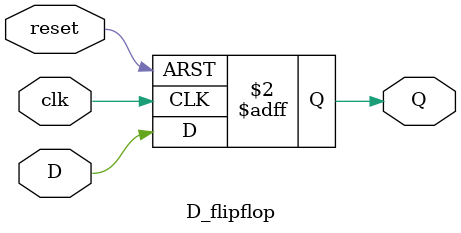
<source format=v>


module D_flipflop(input D,clk,reset, output reg Q);

  always@(posedge clk or posedge reset)
   begin
   Q<=0;
	if (reset)	
	  Q<=0;
	else 
	  Q<=D;
   end	
endmodule


</source>
